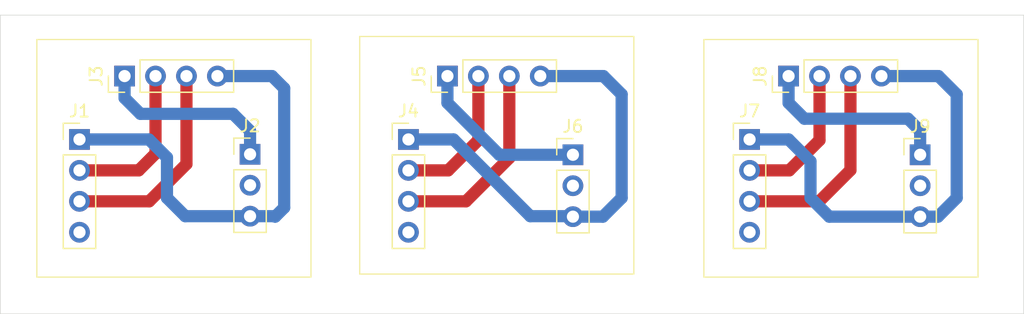
<source format=kicad_pcb>
(kicad_pcb (version 20241229) (generator "pcbnew") (generator_version "9.0")
  (layers (0 "F.Cu" signal) (2 "B.Cu" signal) (13 "F.Paste" user) (15 "B.Paste" user) (5 "F.SilkS" user "F.Silkscreen") (7 "B.SilkS" user "B.Silkscreen") (1 "F.Mask" user) (3 "B.Mask" user) (25 "Edge.Cuts" user))
  (net 0 "")
  (net 1 "DIR1")
  (net 2 "SDA1")
  (net 3 "SCL1")
  (net 4 "GPO1")
  (net 5 "VCC1")
  (net 6 "OUT1")
  (net 7 "GPO2")
  (net 8 "SCL2")
  (net 9 "DIR2")
  (net 10 "SDA2")
  (net 11 "VCC2")
  (net 12 "OUT2")
  (net 13 "SDA3")
  (net 14 "SCL3")
  (net 15 "GPO3")
  (net 16 "DIR3")
  (net 17 "VCC3")
  (net 18 "OUT3")
  (footprint "Connector_PinHeader_2.54mm:PinHeader_1x03_P2.54mm_Vertical" (layer "F.Cu") (at 203.5 58.46)
    (property "Reference" "J9" (at 0 -2.33 0) (layer "F.SilkS"))
    (property "Value" "Conn_01x03_Pin")
    (fp_line (start -1.33 -1.33) (end 0 -1.33) (stroke (width 0.12)) (layer "F.SilkS"))
    (fp_line (start -1.33 0) (end -1.33 -1.33) (stroke (width 0.12)) (layer "F.SilkS"))
    (fp_line (start -1.33 1.27) (end -1.33 6.41) (stroke (width 0.12)) (layer "F.SilkS"))
    (fp_line (start -1.33 1.27) (end 1.33 1.27) (stroke (width 0.12)) (layer "F.SilkS"))
    (fp_line (start -1.33 6.41) (end 1.33 6.41) (stroke (width 0.12)) (layer "F.SilkS"))
    (fp_line (start 1.33 1.27) (end 1.33 6.41) (stroke (width 0.12)) (layer "F.SilkS"))
    (pad "1" thru_hole rect (at 0 0) (size 1.7 1.7) (drill 1) (layers "*.Cu" "*.Mask") (net 17 "VCC3"))
    (pad "2" thru_hole oval (at 0 2.54) (size 1.7 1.7) (drill 1) (layers "*.Cu" "*.Mask") (net 18 "OUT3"))
    (pad "3" thru_hole oval (at 0 5.08) (size 1.7 1.7) (drill 1) (layers "*.Cu" "*.Mask") (net 16 "DIR3"))
  )
  (footprint "Connector_PinHeader_2.54mm:PinHeader_1x04_P2.54mm_Vertical" (layer "F.Cu") (at 138.2 52 90)
    (property "Reference" "J3" (at 0 -2.33 90) (layer "F.SilkS"))
    (property "Value" "Conn_01x04_Pin")
    (fp_line (start -1.33 -1.33) (end 0 -1.33) (stroke (width 0.12)) (layer "F.SilkS"))
    (fp_line (start -1.33 0) (end -1.33 -1.33) (stroke (width 0.12)) (layer "F.SilkS"))
    (fp_line (start 1.33 1.27) (end 1.33 8.95) (stroke (width 0.12)) (layer "F.SilkS"))
    (fp_line (start -1.33 1.27) (end 1.33 1.27) (stroke (width 0.12)) (layer "F.SilkS"))
    (fp_line (start -1.33 1.27) (end -1.33 8.95) (stroke (width 0.12)) (layer "F.SilkS"))
    (fp_line (start -1.33 8.95) (end 1.33 8.95) (stroke (width 0.12)) (layer "F.SilkS"))
    (pad "1" thru_hole rect (at 0 0 90) (size 1.7 1.7) (drill 1) (layers "*.Cu" "*.Mask") (net 5 "VCC1"))
    (pad "2" thru_hole oval (at 0 2.54 90) (size 1.7 1.7) (drill 1) (layers "*.Cu" "*.Mask") (net 3 "SCL1"))
    (pad "3" thru_hole oval (at 0 5.08 90) (size 1.7 1.7) (drill 1) (layers "*.Cu" "*.Mask") (net 2 "SDA1"))
    (pad "4" thru_hole oval (at 0 7.62 90) (size 1.7 1.7) (drill 1) (layers "*.Cu" "*.Mask") (net 1 "DIR1"))
  )
  (footprint "Connector_PinHeader_2.54mm:PinHeader_1x04_P2.54mm_Vertical" (layer "F.Cu") (at 161.5 57.2)
    (property "Reference" "J4" (at 0 -2.33 0) (layer "F.SilkS"))
    (property "Value" "Conn_01x04_Pin")
    (fp_line (start -1.33 -1.33) (end 0 -1.33) (stroke (width 0.12)) (layer "F.SilkS"))
    (fp_line (start -1.33 0) (end -1.33 -1.33) (stroke (width 0.12)) (layer "F.SilkS"))
    (fp_line (start -1.33 1.27) (end -1.33 8.95) (stroke (width 0.12)) (layer "F.SilkS"))
    (fp_line (start -1.33 1.27) (end 1.33 1.27) (stroke (width 0.12)) (layer "F.SilkS"))
    (fp_line (start -1.33 8.95) (end 1.33 8.95) (stroke (width 0.12)) (layer "F.SilkS"))
    (fp_line (start 1.33 1.27) (end 1.33 8.95) (stroke (width 0.12)) (layer "F.SilkS"))
    (pad "1" thru_hole rect (at 0 0) (size 1.7 1.7) (drill 1) (layers "*.Cu" "*.Mask") (net 9 "DIR2"))
    (pad "2" thru_hole oval (at 0 2.54) (size 1.7 1.7) (drill 1) (layers "*.Cu" "*.Mask") (net 8 "SCL2"))
    (pad "3" thru_hole oval (at 0 5.08) (size 1.7 1.7) (drill 1) (layers "*.Cu" "*.Mask") (net 10 "SDA2"))
    (pad "4" thru_hole oval (at 0 7.62) (size 1.7 1.7) (drill 1) (layers "*.Cu" "*.Mask") (net 7 "GPO2"))
  )
  (footprint "Connector_PinHeader_2.54mm:PinHeader_1x03_P2.54mm_Vertical" (layer "F.Cu") (at 148.5 58.42)
    (property "Reference" "J2" (at 0 -2.33 0) (layer "F.SilkS"))
    (property "Value" "Conn_01x03_Pin")
    (fp_line (start -1.33 -1.33) (end 0 -1.33) (stroke (width 0.12)) (layer "F.SilkS"))
    (fp_line (start -1.33 0) (end -1.33 -1.33) (stroke (width 0.12)) (layer "F.SilkS"))
    (fp_line (start -1.33 1.27) (end -1.33 6.41) (stroke (width 0.12)) (layer "F.SilkS"))
    (fp_line (start -1.33 1.27) (end 1.33 1.27) (stroke (width 0.12)) (layer "F.SilkS"))
    (fp_line (start -1.33 6.41) (end 1.33 6.41) (stroke (width 0.12)) (layer "F.SilkS"))
    (fp_line (start 1.33 1.27) (end 1.33 6.41) (stroke (width 0.12)) (layer "F.SilkS"))
    (pad "1" thru_hole rect (at 0 0) (size 1.7 1.7) (drill 1) (layers "*.Cu" "*.Mask") (net 5 "VCC1"))
    (pad "2" thru_hole oval (at 0 2.54) (size 1.7 1.7) (drill 1) (layers "*.Cu" "*.Mask") (net 6 "OUT1"))
    (pad "3" thru_hole oval (at 0 5.08) (size 1.7 1.7) (drill 1) (layers "*.Cu" "*.Mask") (net 1 "DIR1"))
  )
  (footprint "Connector_PinHeader_2.54mm:PinHeader_1x03_P2.54mm_Vertical" (layer "F.Cu") (at 175 58.46)
    (property "Reference" "J6" (at 0 -2.33 0) (layer "F.SilkS"))
    (property "Value" "Conn_01x03_Pin")
    (fp_line (start -1.33 -1.33) (end 0 -1.33) (stroke (width 0.12)) (layer "F.SilkS"))
    (fp_line (start -1.33 0) (end -1.33 -1.33) (stroke (width 0.12)) (layer "F.SilkS"))
    (fp_line (start -1.33 1.27) (end -1.33 6.41) (stroke (width 0.12)) (layer "F.SilkS"))
    (fp_line (start -1.33 1.27) (end 1.33 1.27) (stroke (width 0.12)) (layer "F.SilkS"))
    (fp_line (start -1.33 6.41) (end 1.33 6.41) (stroke (width 0.12)) (layer "F.SilkS"))
    (fp_line (start 1.33 1.27) (end 1.33 6.41) (stroke (width 0.12)) (layer "F.SilkS"))
    (pad "1" thru_hole rect (at 0 0) (size 1.7 1.7) (drill 1) (layers "*.Cu" "*.Mask") (net 11 "VCC2"))
    (pad "2" thru_hole oval (at 0 2.54) (size 1.7 1.7) (drill 1) (layers "*.Cu" "*.Mask") (net 12 "OUT2"))
    (pad "3" thru_hole oval (at 0 5.08) (size 1.7 1.7) (drill 1) (layers "*.Cu" "*.Mask") (net 9 "DIR2"))
  )
  (footprint "Connector_PinHeader_2.54mm:PinHeader_1x04_P2.54mm_Vertical" (layer "F.Cu") (at 192.7 52 90)
    (property "Reference" "J8" (at 0 -2.33 90) (layer "F.SilkS"))
    (property "Value" "Conn_01x04_Pin")
    (fp_line (start -1.33 -1.33) (end 0 -1.33) (stroke (width 0.12)) (layer "F.SilkS"))
    (fp_line (start -1.33 0) (end -1.33 -1.33) (stroke (width 0.12)) (layer "F.SilkS"))
    (fp_line (start 1.33 1.27) (end 1.33 8.95) (stroke (width 0.12)) (layer "F.SilkS"))
    (fp_line (start -1.33 1.27) (end 1.33 1.27) (stroke (width 0.12)) (layer "F.SilkS"))
    (fp_line (start -1.33 1.27) (end -1.33 8.95) (stroke (width 0.12)) (layer "F.SilkS"))
    (fp_line (start -1.33 8.95) (end 1.33 8.95) (stroke (width 0.12)) (layer "F.SilkS"))
    (pad "1" thru_hole rect (at 0 0 90) (size 1.7 1.7) (drill 1) (layers "*.Cu" "*.Mask") (net 17 "VCC3"))
    (pad "2" thru_hole oval (at 0 2.54 90) (size 1.7 1.7) (drill 1) (layers "*.Cu" "*.Mask") (net 14 "SCL3"))
    (pad "3" thru_hole oval (at 0 5.08 90) (size 1.7 1.7) (drill 1) (layers "*.Cu" "*.Mask") (net 13 "SDA3"))
    (pad "4" thru_hole oval (at 0 7.62 90) (size 1.7 1.7) (drill 1) (layers "*.Cu" "*.Mask") (net 16 "DIR3"))
  )
  (footprint "Connector_PinHeader_2.54mm:PinHeader_1x04_P2.54mm_Vertical" (layer "F.Cu") (at 134.5 57.2)
    (property "Reference" "J1" (at 0 -2.33 0) (layer "F.SilkS"))
    (property "Value" "Conn_01x04_Pin")
    (fp_line (start -1.33 -1.33) (end 0 -1.33) (stroke (width 0.12)) (layer "F.SilkS"))
    (fp_line (start -1.33 0) (end -1.33 -1.33) (stroke (width 0.12)) (layer "F.SilkS"))
    (fp_line (start -1.33 1.27) (end -1.33 8.95) (stroke (width 0.12)) (layer "F.SilkS"))
    (fp_line (start -1.33 1.27) (end 1.33 1.27) (stroke (width 0.12)) (layer "F.SilkS"))
    (fp_line (start -1.33 8.95) (end 1.33 8.95) (stroke (width 0.12)) (layer "F.SilkS"))
    (fp_line (start 1.33 1.27) (end 1.33 8.95) (stroke (width 0.12)) (layer "F.SilkS"))
    (pad "1" thru_hole rect (at 0 0) (size 1.7 1.7) (drill 1) (layers "*.Cu" "*.Mask") (net 1 "DIR1"))
    (pad "2" thru_hole oval (at 0 2.54) (size 1.7 1.7) (drill 1) (layers "*.Cu" "*.Mask") (net 3 "SCL1"))
    (pad "3" thru_hole oval (at 0 5.08) (size 1.7 1.7) (drill 1) (layers "*.Cu" "*.Mask") (net 2 "SDA1"))
    (pad "4" thru_hole oval (at 0 7.62) (size 1.7 1.7) (drill 1) (layers "*.Cu" "*.Mask") (net 4 "GPO1"))
  )
  (footprint "Connector_PinHeader_2.54mm:PinHeader_1x04_P2.54mm_Vertical" (layer "F.Cu") (at 189.5 57.2)
    (property "Reference" "J7" (at 0 -2.33 0) (layer "F.SilkS"))
    (property "Value" "Conn_01x04_Pin")
    (fp_line (start -1.33 -1.33) (end 0 -1.33) (stroke (width 0.12)) (layer "F.SilkS"))
    (fp_line (start -1.33 0) (end -1.33 -1.33) (stroke (width 0.12)) (layer "F.SilkS"))
    (fp_line (start -1.33 1.27) (end -1.33 8.95) (stroke (width 0.12)) (layer "F.SilkS"))
    (fp_line (start -1.33 1.27) (end 1.33 1.27) (stroke (width 0.12)) (layer "F.SilkS"))
    (fp_line (start -1.33 8.95) (end 1.33 8.95) (stroke (width 0.12)) (layer "F.SilkS"))
    (fp_line (start 1.33 1.27) (end 1.33 8.95) (stroke (width 0.12)) (layer "F.SilkS"))
    (pad "1" thru_hole rect (at 0 0) (size 1.7 1.7) (drill 1) (layers "*.Cu" "*.Mask") (net 16 "DIR3"))
    (pad "2" thru_hole oval (at 0 2.54) (size 1.7 1.7) (drill 1) (layers "*.Cu" "*.Mask") (net 14 "SCL3"))
    (pad "3" thru_hole oval (at 0 5.08) (size 1.7 1.7) (drill 1) (layers "*.Cu" "*.Mask") (net 13 "SDA3"))
    (pad "4" thru_hole oval (at 0 7.62) (size 1.7 1.7) (drill 1) (layers "*.Cu" "*.Mask") (net 15 "GPO3"))
  )
  (footprint "Connector_PinHeader_2.54mm:PinHeader_1x04_P2.54mm_Vertical" (layer "F.Cu") (at 164.7 52 90)
    (property "Reference" "J5" (at 0 -2.33 90) (layer "F.SilkS"))
    (property "Value" "Conn_01x04_Pin")
    (fp_line (start -1.33 -1.33) (end 0 -1.33) (stroke (width 0.12)) (layer "F.SilkS"))
    (fp_line (start -1.33 0) (end -1.33 -1.33) (stroke (width 0.12)) (layer "F.SilkS"))
    (fp_line (start 1.33 1.27) (end 1.33 8.95) (stroke (width 0.12)) (layer "F.SilkS"))
    (fp_line (start -1.33 1.27) (end 1.33 1.27) (stroke (width 0.12)) (layer "F.SilkS"))
    (fp_line (start -1.33 1.27) (end -1.33 8.95) (stroke (width 0.12)) (layer "F.SilkS"))
    (fp_line (start -1.33 8.95) (end 1.33 8.95) (stroke (width 0.12)) (layer "F.SilkS"))
    (pad "1" thru_hole rect (at 0 0 90) (size 1.7 1.7) (drill 1) (layers "*.Cu" "*.Mask") (net 11 "VCC2"))
    (pad "2" thru_hole oval (at 0 2.54 90) (size 1.7 1.7) (drill 1) (layers "*.Cu" "*.Mask") (net 8 "SCL2"))
    (pad "3" thru_hole oval (at 0 5.08 90) (size 1.7 1.7) (drill 1) (layers "*.Cu" "*.Mask") (net 10 "SDA2"))
    (pad "4" thru_hole oval (at 0 7.62 90) (size 1.7 1.7) (drill 1) (layers "*.Cu" "*.Mask") (net 9 "DIR2"))
  )
  (gr_line (start 180 68.25) (end 180 48.75) (stroke (width 0.1)) (layer "F.SilkS"))
  (gr_line (start 153.5 49) (end 131 49) (stroke (width 0.1)) (layer "F.SilkS"))
  (gr_line (start 131 49) (end 131 68.5) (stroke (width 0.1)) (layer "F.SilkS"))
  (gr_line (start 185.75 49) (end 185.75 68.5) (stroke (width 0.1)) (layer "F.SilkS"))
  (gr_line (start 131 68.5) (end 153.5 68.5) (stroke (width 0.1)) (layer "F.SilkS"))
  (gr_line (start 153.5 68.5) (end 153.5 49) (stroke (width 0.1)) (layer "F.SilkS"))
  (gr_line (start 208.25 68.5) (end 208.25 49) (stroke (width 0.1)) (layer "F.SilkS"))
  (gr_line (start 157.5 68.25) (end 180 68.25) (stroke (width 0.1)) (layer "F.SilkS"))
  (gr_line (start 157.5 48.75) (end 157.5 68.25) (stroke (width 0.1)) (layer "F.SilkS"))
  (gr_line (start 180 48.75) (end 157.5 48.75) (stroke (width 0.1)) (layer "F.SilkS"))
  (gr_line (start 208.25 49) (end 185.75 49) (stroke (width 0.1)) (layer "F.SilkS"))
  (gr_line (start 185.75 68.5) (end 208.25 68.5) (stroke (width 0.1)) (layer "F.SilkS"))
  (gr_line (start 212 71.5) (end 212 47) (stroke (width 0.05)) (layer "Edge.Cuts"))
  (gr_line (start 128 71.5) (end 212 71.5) (stroke (width 0.05)) (layer "Edge.Cuts"))
  (gr_line (start 128 47) (end 128 71.5) (stroke (width 0.05)) (layer "Edge.Cuts"))
  (gr_line (start 212 47) (end 128 47) (stroke (width 0.05)) (layer "Edge.Cuts"))
  (segment (start 148.5 63.5) (end 143.18 63.5) (width 1) (layer "B.Cu") (net 1))
  (segment (start 143.18 63.5) (end 141.68 62) (width 1) (layer "B.Cu") (net 1))
  (segment (start 140.2 57.2) (end 134.5 57.2) (width 1) (layer "B.Cu") (net 1))
  (segment (start 141.68 62) (end 141.68 58.68) (width 1) (layer "B.Cu") (net 1))
  (segment (start 150.52 63.5) (end 148.5 63.5) (width 1) (layer "B.Cu") (net 1))
  (segment (start 151.3 62.8) (end 151.3 53) (width 1) (layer "B.Cu") (net 1))
  (segment (start 150.3 52) (end 145.82 52) (width 1) (layer "B.Cu") (net 1))
  (segment (start 150.56 63.54) (end 151.3 62.8) (width 1) (layer "B.Cu") (net 1))
  (segment (start 150.56 63.54) (end 150.52 63.5) (width 1) (layer "B.Cu") (net 1))
  (segment (start 141.68 58.68) (end 140.2 57.2) (width 1) (layer "B.Cu") (net 1))
  (segment (start 151.3 53) (end 150.3 52) (width 1) (layer "B.Cu") (net 1))
  (segment (start 140.22 62.28) (end 134.5 62.28) (width 1) (layer "F.Cu") (net 2))
  (segment (start 143.28 59.22) (end 140.22 62.28) (width 1) (layer "F.Cu") (net 2))
  (segment (start 143.28 52) (end 143.28 59.22) (width 1) (layer "F.Cu") (net 2))
  (segment (start 140.74 52) (end 140.74 58.36) (width 1) (layer "F.Cu") (net 3))
  (segment (start 140.74 58.36) (end 139.36 59.74) (width 1) (layer "F.Cu") (net 3))
  (segment (start 139.36 59.74) (end 134.5 59.74) (width 1) (layer "F.Cu") (net 3))
  (segment (start 148.5 56.5) (end 148.5 58.42) (width 1) (layer "B.Cu") (net 5))
  (segment (start 138.2 52) (end 138.2 53.8) (width 1) (layer "B.Cu") (net 5))
  (segment (start 147.1 55.1) (end 148.5 56.5) (width 1) (layer "B.Cu") (net 5))
  (segment (start 138.2 53.8) (end 139.5 55.1) (width 1) (layer "B.Cu") (net 5))
  (segment (start 139.5 55.1) (end 147.1 55.1) (width 1) (layer "B.Cu") (net 5))
  (segment (start 164.76 59.74) (end 167.24 57.26) (width 1) (layer "F.Cu") (net 8))
  (segment (start 167.24 57.26) (end 167.24 52) (width 1) (layer "F.Cu") (net 8))
  (segment (start 161.5 59.74) (end 164.76 59.74) (width 1) (layer "F.Cu") (net 8))
  (segment (start 161.5 57.2) (end 165.2 57.2) (width 1) (layer "B.Cu") (net 9))
  (segment (start 177.46 63.54) (end 175 63.54) (width 1) (layer "B.Cu") (net 9))
  (segment (start 174.96 63.5) (end 175 63.54) (width 1) (layer "B.Cu") (net 9))
  (segment (start 171.5 63.5) (end 174.96 63.5) (width 1) (layer "B.Cu") (net 9))
  (segment (start 179 53.5) (end 179 62) (width 1) (layer "B.Cu") (net 9))
  (segment (start 172.32 52) (end 177.5 52) (width 1) (layer "B.Cu") (net 9))
  (segment (start 177.5 52) (end 179 53.5) (width 1) (layer "B.Cu") (net 9))
  (segment (start 165.2 57.2) (end 171.5 63.5) (width 1) (layer "B.Cu") (net 9))
  (segment (start 179 62) (end 177.46 63.54) (width 1) (layer "B.Cu") (net 9))
  (segment (start 169.78 58.72) (end 169.78 52) (width 1) (layer "F.Cu") (net 10))
  (segment (start 161.5 62.28) (end 166.22 62.28) (width 1) (layer "F.Cu") (net 10))
  (segment (start 166.22 62.28) (end 169.78 58.72) (width 1) (layer "F.Cu") (net 10))
  (segment (start 164.7 52) (end 164.7 54.2) (width 1) (layer "B.Cu") (net 11))
  (segment (start 168.96 58.46) (end 175 58.46) (width 1) (layer "B.Cu") (net 11))
  (segment (start 164.7 54.2) (end 168.96 58.46) (width 1) (layer "B.Cu") (net 11))
  (segment (start 195.22 62.28) (end 197.78 59.72) (width 1) (layer "F.Cu") (net 13))
  (segment (start 197.78 59.72) (end 197.78 52) (width 1) (layer "F.Cu") (net 13))
  (segment (start 189.5 62.28) (end 195.22 62.28) (width 1) (layer "F.Cu") (net 13))
  (segment (start 195.24 57.26) (end 195.24 52) (width 1) (layer "F.Cu") (net 14))
  (segment (start 192.76 59.74) (end 195.24 57.26) (width 1) (layer "F.Cu") (net 14))
  (segment (start 189.5 59.74) (end 192.76 59.74) (width 1) (layer "F.Cu") (net 14))
  (segment (start 204.96 63.54) (end 203.5 63.54) (width 1) (layer "B.Cu") (net 16))
  (segment (start 206.5 62) (end 204.96 63.54) (width 1) (layer "B.Cu") (net 16))
  (segment (start 192.7 57.2) (end 194.5 59) (width 1) (layer "B.Cu") (net 16))
  (segment (start 205 52) (end 206.5 53.5) (width 1) (layer "B.Cu") (net 16))
  (segment (start 194.5 62) (end 196.04 63.54) (width 1) (layer "B.Cu") (net 16))
  (segment (start 200.32 52) (end 205 52) (width 1) (layer "B.Cu") (net 16))
  (segment (start 189.5 57.2) (end 192.7 57.2) (width 1) (layer "B.Cu") (net 16))
  (segment (start 194.5 59) (end 194.5 62) (width 1) (layer "B.Cu") (net 16))
  (segment (start 206.5 53.5) (end 206.5 62) (width 1) (layer "B.Cu") (net 16))
  (segment (start 196.04 63.54) (end 203.5 63.54) (width 1) (layer "B.Cu") (net 16))
  (segment (start 192.7 54.2) (end 194 55.5) (width 1) (layer "B.Cu") (net 17))
  (segment (start 203.5 56.5) (end 203.5 58.46) (width 1) (layer "B.Cu") (net 17))
  (segment (start 192.7 52) (end 192.7 54.2) (width 1) (layer "B.Cu") (net 17))
  (segment (start 194 55.5) (end 202.5 55.5) (width 1) (layer "B.Cu") (net 17))
  (segment (start 202.5 55.5) (end 203.5 56.5) (width 1) (layer "B.Cu") (net 17))
)
</source>
